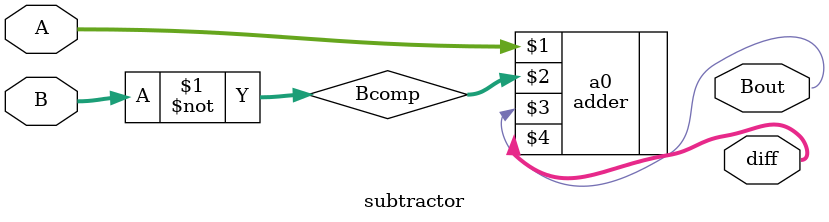
<source format=v>
module subtractor(A, B, Bout, diff); // subtractor module
    input [7:0] A,B;
    output [7:0] diff;
    output Bout;

    wire [7:0] Bcomp;

    assign Bcomp = ~B; //obtaining 2's complement of B

    adder a0(A, Bcomp, Bout, diff); // using adder module to add A and 2's complement of B

endmodule
</source>
